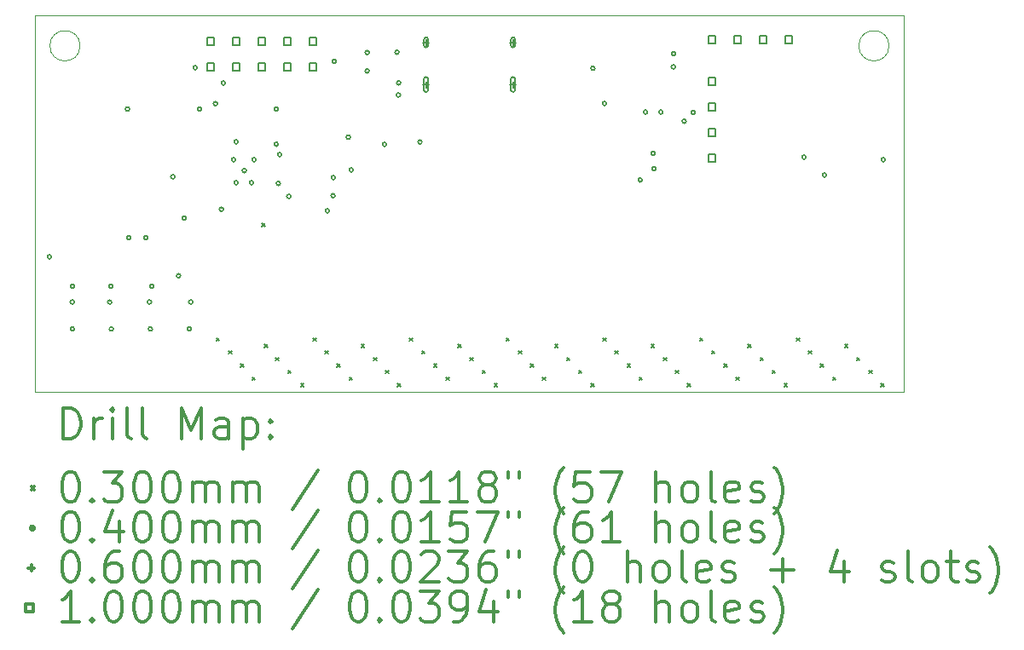
<source format=gbr>
%FSLAX45Y45*%
G04 Gerber Fmt 4.5, Leading zero omitted, Abs format (unit mm)*
G04 Created by KiCad (PCBNEW (5.1.12)-1) date 2024-01-22 15:17:32*
%MOMM*%
%LPD*%
G01*
G04 APERTURE LIST*
%TA.AperFunction,Profile*%
%ADD10C,0.050000*%
%TD*%
%ADD11C,0.200000*%
%ADD12C,0.300000*%
G04 APERTURE END LIST*
D10*
X11817000Y-8700000D02*
G75*
G03*
X11817000Y-8700000I-150000J0D01*
G01*
X19850000Y-8700000D02*
G75*
G03*
X19850000Y-8700000I-150000J0D01*
G01*
X20000000Y-12135600D02*
X20000000Y-8400000D01*
X11367000Y-8400000D02*
X20000000Y-8400000D01*
X11367000Y-12135600D02*
X11367000Y-8400000D01*
X20000000Y-12135600D02*
X11367000Y-12135600D01*
D11*
X13170000Y-11602000D02*
X13200000Y-11632000D01*
X13200000Y-11602000D02*
X13170000Y-11632000D01*
X13291000Y-11732000D02*
X13321000Y-11762000D01*
X13321000Y-11732000D02*
X13291000Y-11762000D01*
X13412000Y-11862000D02*
X13442000Y-11892000D01*
X13442000Y-11862000D02*
X13412000Y-11892000D01*
X13525000Y-11992000D02*
X13555000Y-12022000D01*
X13555000Y-11992000D02*
X13525000Y-12022000D01*
X13625000Y-10467000D02*
X13655000Y-10497000D01*
X13655000Y-10467000D02*
X13625000Y-10497000D01*
X13648000Y-11667000D02*
X13678000Y-11697000D01*
X13678000Y-11667000D02*
X13648000Y-11697000D01*
X13759000Y-11797000D02*
X13789000Y-11827000D01*
X13789000Y-11797000D02*
X13759000Y-11827000D01*
X13880000Y-11927000D02*
X13910000Y-11957000D01*
X13910000Y-11927000D02*
X13880000Y-11957000D01*
X14010000Y-12057000D02*
X14040000Y-12087000D01*
X14040000Y-12057000D02*
X14010000Y-12087000D01*
X14130000Y-11602000D02*
X14160000Y-11632000D01*
X14160000Y-11602000D02*
X14130000Y-11632000D01*
X14250000Y-11732000D02*
X14280000Y-11762000D01*
X14280000Y-11732000D02*
X14250000Y-11762000D01*
X14370000Y-11862000D02*
X14400000Y-11892000D01*
X14400000Y-11862000D02*
X14370000Y-11892000D01*
X14490000Y-11992000D02*
X14520000Y-12022000D01*
X14520000Y-11992000D02*
X14490000Y-12022000D01*
X14610000Y-11667000D02*
X14640000Y-11697000D01*
X14640000Y-11667000D02*
X14610000Y-11697000D01*
X14730000Y-11797000D02*
X14760000Y-11827000D01*
X14760000Y-11797000D02*
X14730000Y-11827000D01*
X14850000Y-11927000D02*
X14880000Y-11957000D01*
X14880000Y-11927000D02*
X14850000Y-11957000D01*
X14970000Y-12057000D02*
X15000000Y-12087000D01*
X15000000Y-12057000D02*
X14970000Y-12087000D01*
X15090000Y-11602000D02*
X15120000Y-11632000D01*
X15120000Y-11602000D02*
X15090000Y-11632000D01*
X15210000Y-11732000D02*
X15240000Y-11762000D01*
X15240000Y-11732000D02*
X15210000Y-11762000D01*
X15330000Y-11862000D02*
X15360000Y-11892000D01*
X15360000Y-11862000D02*
X15330000Y-11892000D01*
X15450000Y-11992000D02*
X15480000Y-12022000D01*
X15480000Y-11992000D02*
X15450000Y-12022000D01*
X15570000Y-11667000D02*
X15600000Y-11697000D01*
X15600000Y-11667000D02*
X15570000Y-11697000D01*
X15690000Y-11797000D02*
X15720000Y-11827000D01*
X15720000Y-11797000D02*
X15690000Y-11827000D01*
X15810000Y-11927000D02*
X15840000Y-11957000D01*
X15840000Y-11927000D02*
X15810000Y-11957000D01*
X15930000Y-12057000D02*
X15960000Y-12087000D01*
X15960000Y-12057000D02*
X15930000Y-12087000D01*
X16050000Y-11602000D02*
X16080000Y-11632000D01*
X16080000Y-11602000D02*
X16050000Y-11632000D01*
X16170000Y-11732000D02*
X16200000Y-11762000D01*
X16200000Y-11732000D02*
X16170000Y-11762000D01*
X16290000Y-11862000D02*
X16320000Y-11892000D01*
X16320000Y-11862000D02*
X16290000Y-11892000D01*
X16410000Y-11992000D02*
X16440000Y-12022000D01*
X16440000Y-11992000D02*
X16410000Y-12022000D01*
X16530000Y-11667000D02*
X16560000Y-11697000D01*
X16560000Y-11667000D02*
X16530000Y-11697000D01*
X16650000Y-11797000D02*
X16680000Y-11827000D01*
X16680000Y-11797000D02*
X16650000Y-11827000D01*
X16770000Y-11927000D02*
X16800000Y-11957000D01*
X16800000Y-11927000D02*
X16770000Y-11957000D01*
X16890000Y-12057000D02*
X16920000Y-12087000D01*
X16920000Y-12057000D02*
X16890000Y-12087000D01*
X17010000Y-11602000D02*
X17040000Y-11632000D01*
X17040000Y-11602000D02*
X17010000Y-11632000D01*
X17130000Y-11732000D02*
X17160000Y-11762000D01*
X17160000Y-11732000D02*
X17130000Y-11762000D01*
X17250000Y-11862000D02*
X17280000Y-11892000D01*
X17280000Y-11862000D02*
X17250000Y-11892000D01*
X17370000Y-11992000D02*
X17400000Y-12022000D01*
X17400000Y-11992000D02*
X17370000Y-12022000D01*
X17490000Y-11667000D02*
X17520000Y-11697000D01*
X17520000Y-11667000D02*
X17490000Y-11697000D01*
X17610000Y-11797000D02*
X17640000Y-11827000D01*
X17640000Y-11797000D02*
X17610000Y-11827000D01*
X17730000Y-11927000D02*
X17760000Y-11957000D01*
X17760000Y-11927000D02*
X17730000Y-11957000D01*
X17850000Y-12057000D02*
X17880000Y-12087000D01*
X17880000Y-12057000D02*
X17850000Y-12087000D01*
X17970000Y-11602000D02*
X18000000Y-11632000D01*
X18000000Y-11602000D02*
X17970000Y-11632000D01*
X18090000Y-11732000D02*
X18120000Y-11762000D01*
X18120000Y-11732000D02*
X18090000Y-11762000D01*
X18210000Y-11862000D02*
X18240000Y-11892000D01*
X18240000Y-11862000D02*
X18210000Y-11892000D01*
X18330000Y-11992000D02*
X18360000Y-12022000D01*
X18360000Y-11992000D02*
X18330000Y-12022000D01*
X18450000Y-11667000D02*
X18480000Y-11697000D01*
X18480000Y-11667000D02*
X18450000Y-11697000D01*
X18570000Y-11797000D02*
X18600000Y-11827000D01*
X18600000Y-11797000D02*
X18570000Y-11827000D01*
X18690000Y-11927000D02*
X18720000Y-11957000D01*
X18720000Y-11927000D02*
X18690000Y-11957000D01*
X18810000Y-12057000D02*
X18840000Y-12087000D01*
X18840000Y-12057000D02*
X18810000Y-12087000D01*
X18930000Y-11602000D02*
X18960000Y-11632000D01*
X18960000Y-11602000D02*
X18930000Y-11632000D01*
X19050000Y-11732000D02*
X19080000Y-11762000D01*
X19080000Y-11732000D02*
X19050000Y-11762000D01*
X19170000Y-11862000D02*
X19200000Y-11892000D01*
X19200000Y-11862000D02*
X19170000Y-11892000D01*
X19290000Y-11992000D02*
X19320000Y-12022000D01*
X19320000Y-11992000D02*
X19290000Y-12022000D01*
X19410000Y-11667000D02*
X19440000Y-11697000D01*
X19440000Y-11667000D02*
X19410000Y-11697000D01*
X19530000Y-11797000D02*
X19560000Y-11827000D01*
X19560000Y-11797000D02*
X19530000Y-11827000D01*
X19650000Y-11927000D02*
X19680000Y-11957000D01*
X19680000Y-11927000D02*
X19650000Y-11957000D01*
X19770000Y-12057000D02*
X19800000Y-12087000D01*
X19800000Y-12057000D02*
X19770000Y-12087000D01*
X11532800Y-10796200D02*
G75*
G03*
X11532800Y-10796200I-20000J0D01*
G01*
X11758400Y-11246600D02*
G75*
G03*
X11758400Y-11246600I-20000J0D01*
G01*
X11760171Y-11514500D02*
G75*
G03*
X11760171Y-11514500I-20000J0D01*
G01*
X11761400Y-11091600D02*
G75*
G03*
X11761400Y-11091600I-20000J0D01*
G01*
X12130400Y-11246600D02*
G75*
G03*
X12130400Y-11246600I-20000J0D01*
G01*
X12142400Y-11091600D02*
G75*
G03*
X12142400Y-11091600I-20000J0D01*
G01*
X12147647Y-11514500D02*
G75*
G03*
X12147647Y-11514500I-20000J0D01*
G01*
X12307000Y-9328000D02*
G75*
G03*
X12307000Y-9328000I-20000J0D01*
G01*
X12320000Y-10605000D02*
G75*
G03*
X12320000Y-10605000I-20000J0D01*
G01*
X12490000Y-10607000D02*
G75*
G03*
X12490000Y-10607000I-20000J0D01*
G01*
X12525400Y-11246600D02*
G75*
G03*
X12525400Y-11246600I-20000J0D01*
G01*
X12535124Y-11514500D02*
G75*
G03*
X12535124Y-11514500I-20000J0D01*
G01*
X12548800Y-11091600D02*
G75*
G03*
X12548800Y-11091600I-20000J0D01*
G01*
X12758800Y-10002000D02*
G75*
G03*
X12758800Y-10002000I-20000J0D01*
G01*
X12815000Y-10985000D02*
G75*
G03*
X12815000Y-10985000I-20000J0D01*
G01*
X12872000Y-10411000D02*
G75*
G03*
X12872000Y-10411000I-20000J0D01*
G01*
X12922600Y-11514500D02*
G75*
G03*
X12922600Y-11514500I-20000J0D01*
G01*
X12936200Y-11246600D02*
G75*
G03*
X12936200Y-11246600I-20000J0D01*
G01*
X12980600Y-8916600D02*
G75*
G03*
X12980600Y-8916600I-20000J0D01*
G01*
X13023000Y-9331000D02*
G75*
G03*
X13023000Y-9331000I-20000J0D01*
G01*
X13181000Y-9275000D02*
G75*
G03*
X13181000Y-9275000I-20000J0D01*
G01*
X13240000Y-10324000D02*
G75*
G03*
X13240000Y-10324000I-20000J0D01*
G01*
X13260000Y-9069000D02*
G75*
G03*
X13260000Y-9069000I-20000J0D01*
G01*
X13361600Y-9831000D02*
G75*
G03*
X13361600Y-9831000I-20000J0D01*
G01*
X13387000Y-9653200D02*
G75*
G03*
X13387000Y-9653200I-20000J0D01*
G01*
X13387000Y-10059600D02*
G75*
G03*
X13387000Y-10059600I-20000J0D01*
G01*
X13468000Y-9940000D02*
G75*
G03*
X13468000Y-9940000I-20000J0D01*
G01*
X13539400Y-10059600D02*
G75*
G03*
X13539400Y-10059600I-20000J0D01*
G01*
X13564800Y-9831000D02*
G75*
G03*
X13564800Y-9831000I-20000J0D01*
G01*
X13785500Y-9330500D02*
G75*
G03*
X13785500Y-9330500I-20000J0D01*
G01*
X13785500Y-9678500D02*
G75*
G03*
X13785500Y-9678500I-20000J0D01*
G01*
X13806000Y-10069000D02*
G75*
G03*
X13806000Y-10069000I-20000J0D01*
G01*
X13818800Y-9780200D02*
G75*
G03*
X13818800Y-9780200I-20000J0D01*
G01*
X13910000Y-10197000D02*
G75*
G03*
X13910000Y-10197000I-20000J0D01*
G01*
X14292000Y-10341000D02*
G75*
G03*
X14292000Y-10341000I-20000J0D01*
G01*
X14348800Y-10190000D02*
G75*
G03*
X14348800Y-10190000I-20000J0D01*
G01*
X14352200Y-10008800D02*
G75*
G03*
X14352200Y-10008800I-20000J0D01*
G01*
X14360000Y-8855000D02*
G75*
G03*
X14360000Y-8855000I-20000J0D01*
G01*
X14499500Y-9607500D02*
G75*
G03*
X14499500Y-9607500I-20000J0D01*
G01*
X14530000Y-9932600D02*
G75*
G03*
X14530000Y-9932600I-20000J0D01*
G01*
X14687000Y-8951000D02*
G75*
G03*
X14687000Y-8951000I-20000J0D01*
G01*
X14689000Y-8767000D02*
G75*
G03*
X14689000Y-8767000I-20000J0D01*
G01*
X14860200Y-9678600D02*
G75*
G03*
X14860200Y-9678600I-20000J0D01*
G01*
X14984000Y-8763000D02*
G75*
G03*
X14984000Y-8763000I-20000J0D01*
G01*
X14999000Y-9189000D02*
G75*
G03*
X14999000Y-9189000I-20000J0D01*
G01*
X15001000Y-9068000D02*
G75*
G03*
X15001000Y-9068000I-20000J0D01*
G01*
X15212000Y-9655000D02*
G75*
G03*
X15212000Y-9655000I-20000J0D01*
G01*
X16929000Y-8923000D02*
G75*
G03*
X16929000Y-8923000I-20000J0D01*
G01*
X17044600Y-9272200D02*
G75*
G03*
X17044600Y-9272200I-20000J0D01*
G01*
X17399800Y-10034200D02*
G75*
G03*
X17399800Y-10034200I-20000J0D01*
G01*
X17451000Y-9359000D02*
G75*
G03*
X17451000Y-9359000I-20000J0D01*
G01*
X17527200Y-9768550D02*
G75*
G03*
X17527200Y-9768550I-20000J0D01*
G01*
X17536250Y-9923550D02*
G75*
G03*
X17536250Y-9923550I-20000J0D01*
G01*
X17603400Y-9359000D02*
G75*
G03*
X17603400Y-9359000I-20000J0D01*
G01*
X17729000Y-8909000D02*
G75*
G03*
X17729000Y-8909000I-20000J0D01*
G01*
X17730400Y-8778200D02*
G75*
G03*
X17730400Y-8778200I-20000J0D01*
G01*
X17835000Y-9449000D02*
G75*
G03*
X17835000Y-9449000I-20000J0D01*
G01*
X17925000Y-9361000D02*
G75*
G03*
X17925000Y-9361000I-20000J0D01*
G01*
X19025800Y-9805600D02*
G75*
G03*
X19025800Y-9805600I-20000J0D01*
G01*
X19228450Y-9983950D02*
G75*
G03*
X19228450Y-9983950I-20000J0D01*
G01*
X19813200Y-9831000D02*
G75*
G03*
X19813200Y-9831000I-20000J0D01*
G01*
X15252800Y-8636000D02*
X15252800Y-8696000D01*
X15222800Y-8666000D02*
X15282800Y-8666000D01*
X15272800Y-8696000D02*
X15272800Y-8636000D01*
X15232800Y-8696000D02*
X15232800Y-8636000D01*
X15272800Y-8636000D02*
G75*
G03*
X15232800Y-8636000I-20000J0D01*
G01*
X15232800Y-8696000D02*
G75*
G03*
X15272800Y-8696000I20000J0D01*
G01*
X15252800Y-9054000D02*
X15252800Y-9114000D01*
X15222800Y-9084000D02*
X15282800Y-9084000D01*
X15272800Y-9139000D02*
X15272800Y-9029000D01*
X15232800Y-9139000D02*
X15232800Y-9029000D01*
X15272800Y-9029000D02*
G75*
G03*
X15232800Y-9029000I-20000J0D01*
G01*
X15232800Y-9139000D02*
G75*
G03*
X15272800Y-9139000I20000J0D01*
G01*
X16116800Y-8636000D02*
X16116800Y-8696000D01*
X16086800Y-8666000D02*
X16146800Y-8666000D01*
X16136800Y-8696000D02*
X16136800Y-8636000D01*
X16096800Y-8696000D02*
X16096800Y-8636000D01*
X16136800Y-8636000D02*
G75*
G03*
X16096800Y-8636000I-20000J0D01*
G01*
X16096800Y-8696000D02*
G75*
G03*
X16136800Y-8696000I20000J0D01*
G01*
X16116800Y-9054000D02*
X16116800Y-9114000D01*
X16086800Y-9084000D02*
X16146800Y-9084000D01*
X16136800Y-9139000D02*
X16136800Y-9029000D01*
X16096800Y-9139000D02*
X16096800Y-9029000D01*
X16136800Y-9029000D02*
G75*
G03*
X16096800Y-9029000I-20000J0D01*
G01*
X16096800Y-9139000D02*
G75*
G03*
X16136800Y-9139000I20000J0D01*
G01*
X13150356Y-8690356D02*
X13150356Y-8619644D01*
X13079644Y-8619644D01*
X13079644Y-8690356D01*
X13150356Y-8690356D01*
X13150356Y-8944356D02*
X13150356Y-8873644D01*
X13079644Y-8873644D01*
X13079644Y-8944356D01*
X13150356Y-8944356D01*
X13404356Y-8690356D02*
X13404356Y-8619644D01*
X13333644Y-8619644D01*
X13333644Y-8690356D01*
X13404356Y-8690356D01*
X13404356Y-8944356D02*
X13404356Y-8873644D01*
X13333644Y-8873644D01*
X13333644Y-8944356D01*
X13404356Y-8944356D01*
X13658356Y-8690356D02*
X13658356Y-8619644D01*
X13587644Y-8619644D01*
X13587644Y-8690356D01*
X13658356Y-8690356D01*
X13658356Y-8944356D02*
X13658356Y-8873644D01*
X13587644Y-8873644D01*
X13587644Y-8944356D01*
X13658356Y-8944356D01*
X13912356Y-8690356D02*
X13912356Y-8619644D01*
X13841644Y-8619644D01*
X13841644Y-8690356D01*
X13912356Y-8690356D01*
X13912356Y-8944356D02*
X13912356Y-8873644D01*
X13841644Y-8873644D01*
X13841644Y-8944356D01*
X13912356Y-8944356D01*
X14166356Y-8690356D02*
X14166356Y-8619644D01*
X14095644Y-8619644D01*
X14095644Y-8690356D01*
X14166356Y-8690356D01*
X14166356Y-8944356D02*
X14166356Y-8873644D01*
X14095644Y-8873644D01*
X14095644Y-8944356D01*
X14166356Y-8944356D01*
X18129356Y-8674181D02*
X18129356Y-8603469D01*
X18058644Y-8603469D01*
X18058644Y-8674181D01*
X18129356Y-8674181D01*
X18129356Y-9087406D02*
X18129356Y-9016694D01*
X18058644Y-9016694D01*
X18058644Y-9087406D01*
X18129356Y-9087406D01*
X18129356Y-9341406D02*
X18129356Y-9270694D01*
X18058644Y-9270694D01*
X18058644Y-9341406D01*
X18129356Y-9341406D01*
X18129356Y-9595406D02*
X18129356Y-9524694D01*
X18058644Y-9524694D01*
X18058644Y-9595406D01*
X18129356Y-9595406D01*
X18129356Y-9849406D02*
X18129356Y-9778694D01*
X18058644Y-9778694D01*
X18058644Y-9849406D01*
X18129356Y-9849406D01*
X18383356Y-8674181D02*
X18383356Y-8603469D01*
X18312644Y-8603469D01*
X18312644Y-8674181D01*
X18383356Y-8674181D01*
X18637356Y-8674181D02*
X18637356Y-8603469D01*
X18566644Y-8603469D01*
X18566644Y-8674181D01*
X18637356Y-8674181D01*
X18891356Y-8674181D02*
X18891356Y-8603469D01*
X18820644Y-8603469D01*
X18820644Y-8674181D01*
X18891356Y-8674181D01*
D12*
X11650928Y-12603814D02*
X11650928Y-12303814D01*
X11722357Y-12303814D01*
X11765214Y-12318100D01*
X11793786Y-12346671D01*
X11808071Y-12375243D01*
X11822357Y-12432386D01*
X11822357Y-12475243D01*
X11808071Y-12532386D01*
X11793786Y-12560957D01*
X11765214Y-12589529D01*
X11722357Y-12603814D01*
X11650928Y-12603814D01*
X11950928Y-12603814D02*
X11950928Y-12403814D01*
X11950928Y-12460957D02*
X11965214Y-12432386D01*
X11979500Y-12418100D01*
X12008071Y-12403814D01*
X12036643Y-12403814D01*
X12136643Y-12603814D02*
X12136643Y-12403814D01*
X12136643Y-12303814D02*
X12122357Y-12318100D01*
X12136643Y-12332386D01*
X12150928Y-12318100D01*
X12136643Y-12303814D01*
X12136643Y-12332386D01*
X12322357Y-12603814D02*
X12293786Y-12589529D01*
X12279500Y-12560957D01*
X12279500Y-12303814D01*
X12479500Y-12603814D02*
X12450928Y-12589529D01*
X12436643Y-12560957D01*
X12436643Y-12303814D01*
X12822357Y-12603814D02*
X12822357Y-12303814D01*
X12922357Y-12518100D01*
X13022357Y-12303814D01*
X13022357Y-12603814D01*
X13293786Y-12603814D02*
X13293786Y-12446671D01*
X13279500Y-12418100D01*
X13250928Y-12403814D01*
X13193786Y-12403814D01*
X13165214Y-12418100D01*
X13293786Y-12589529D02*
X13265214Y-12603814D01*
X13193786Y-12603814D01*
X13165214Y-12589529D01*
X13150928Y-12560957D01*
X13150928Y-12532386D01*
X13165214Y-12503814D01*
X13193786Y-12489529D01*
X13265214Y-12489529D01*
X13293786Y-12475243D01*
X13436643Y-12403814D02*
X13436643Y-12703814D01*
X13436643Y-12418100D02*
X13465214Y-12403814D01*
X13522357Y-12403814D01*
X13550928Y-12418100D01*
X13565214Y-12432386D01*
X13579500Y-12460957D01*
X13579500Y-12546671D01*
X13565214Y-12575243D01*
X13550928Y-12589529D01*
X13522357Y-12603814D01*
X13465214Y-12603814D01*
X13436643Y-12589529D01*
X13708071Y-12575243D02*
X13722357Y-12589529D01*
X13708071Y-12603814D01*
X13693786Y-12589529D01*
X13708071Y-12575243D01*
X13708071Y-12603814D01*
X13708071Y-12418100D02*
X13722357Y-12432386D01*
X13708071Y-12446671D01*
X13693786Y-12432386D01*
X13708071Y-12418100D01*
X13708071Y-12446671D01*
X11334500Y-13083100D02*
X11364500Y-13113100D01*
X11364500Y-13083100D02*
X11334500Y-13113100D01*
X11708071Y-12933814D02*
X11736643Y-12933814D01*
X11765214Y-12948100D01*
X11779500Y-12962386D01*
X11793786Y-12990957D01*
X11808071Y-13048100D01*
X11808071Y-13119529D01*
X11793786Y-13176671D01*
X11779500Y-13205243D01*
X11765214Y-13219529D01*
X11736643Y-13233814D01*
X11708071Y-13233814D01*
X11679500Y-13219529D01*
X11665214Y-13205243D01*
X11650928Y-13176671D01*
X11636643Y-13119529D01*
X11636643Y-13048100D01*
X11650928Y-12990957D01*
X11665214Y-12962386D01*
X11679500Y-12948100D01*
X11708071Y-12933814D01*
X11936643Y-13205243D02*
X11950928Y-13219529D01*
X11936643Y-13233814D01*
X11922357Y-13219529D01*
X11936643Y-13205243D01*
X11936643Y-13233814D01*
X12050928Y-12933814D02*
X12236643Y-12933814D01*
X12136643Y-13048100D01*
X12179500Y-13048100D01*
X12208071Y-13062386D01*
X12222357Y-13076671D01*
X12236643Y-13105243D01*
X12236643Y-13176671D01*
X12222357Y-13205243D01*
X12208071Y-13219529D01*
X12179500Y-13233814D01*
X12093786Y-13233814D01*
X12065214Y-13219529D01*
X12050928Y-13205243D01*
X12422357Y-12933814D02*
X12450928Y-12933814D01*
X12479500Y-12948100D01*
X12493786Y-12962386D01*
X12508071Y-12990957D01*
X12522357Y-13048100D01*
X12522357Y-13119529D01*
X12508071Y-13176671D01*
X12493786Y-13205243D01*
X12479500Y-13219529D01*
X12450928Y-13233814D01*
X12422357Y-13233814D01*
X12393786Y-13219529D01*
X12379500Y-13205243D01*
X12365214Y-13176671D01*
X12350928Y-13119529D01*
X12350928Y-13048100D01*
X12365214Y-12990957D01*
X12379500Y-12962386D01*
X12393786Y-12948100D01*
X12422357Y-12933814D01*
X12708071Y-12933814D02*
X12736643Y-12933814D01*
X12765214Y-12948100D01*
X12779500Y-12962386D01*
X12793786Y-12990957D01*
X12808071Y-13048100D01*
X12808071Y-13119529D01*
X12793786Y-13176671D01*
X12779500Y-13205243D01*
X12765214Y-13219529D01*
X12736643Y-13233814D01*
X12708071Y-13233814D01*
X12679500Y-13219529D01*
X12665214Y-13205243D01*
X12650928Y-13176671D01*
X12636643Y-13119529D01*
X12636643Y-13048100D01*
X12650928Y-12990957D01*
X12665214Y-12962386D01*
X12679500Y-12948100D01*
X12708071Y-12933814D01*
X12936643Y-13233814D02*
X12936643Y-13033814D01*
X12936643Y-13062386D02*
X12950928Y-13048100D01*
X12979500Y-13033814D01*
X13022357Y-13033814D01*
X13050928Y-13048100D01*
X13065214Y-13076671D01*
X13065214Y-13233814D01*
X13065214Y-13076671D02*
X13079500Y-13048100D01*
X13108071Y-13033814D01*
X13150928Y-13033814D01*
X13179500Y-13048100D01*
X13193786Y-13076671D01*
X13193786Y-13233814D01*
X13336643Y-13233814D02*
X13336643Y-13033814D01*
X13336643Y-13062386D02*
X13350928Y-13048100D01*
X13379500Y-13033814D01*
X13422357Y-13033814D01*
X13450928Y-13048100D01*
X13465214Y-13076671D01*
X13465214Y-13233814D01*
X13465214Y-13076671D02*
X13479500Y-13048100D01*
X13508071Y-13033814D01*
X13550928Y-13033814D01*
X13579500Y-13048100D01*
X13593786Y-13076671D01*
X13593786Y-13233814D01*
X14179500Y-12919529D02*
X13922357Y-13305243D01*
X14565214Y-12933814D02*
X14593786Y-12933814D01*
X14622357Y-12948100D01*
X14636643Y-12962386D01*
X14650928Y-12990957D01*
X14665214Y-13048100D01*
X14665214Y-13119529D01*
X14650928Y-13176671D01*
X14636643Y-13205243D01*
X14622357Y-13219529D01*
X14593786Y-13233814D01*
X14565214Y-13233814D01*
X14536643Y-13219529D01*
X14522357Y-13205243D01*
X14508071Y-13176671D01*
X14493786Y-13119529D01*
X14493786Y-13048100D01*
X14508071Y-12990957D01*
X14522357Y-12962386D01*
X14536643Y-12948100D01*
X14565214Y-12933814D01*
X14793786Y-13205243D02*
X14808071Y-13219529D01*
X14793786Y-13233814D01*
X14779500Y-13219529D01*
X14793786Y-13205243D01*
X14793786Y-13233814D01*
X14993786Y-12933814D02*
X15022357Y-12933814D01*
X15050928Y-12948100D01*
X15065214Y-12962386D01*
X15079500Y-12990957D01*
X15093786Y-13048100D01*
X15093786Y-13119529D01*
X15079500Y-13176671D01*
X15065214Y-13205243D01*
X15050928Y-13219529D01*
X15022357Y-13233814D01*
X14993786Y-13233814D01*
X14965214Y-13219529D01*
X14950928Y-13205243D01*
X14936643Y-13176671D01*
X14922357Y-13119529D01*
X14922357Y-13048100D01*
X14936643Y-12990957D01*
X14950928Y-12962386D01*
X14965214Y-12948100D01*
X14993786Y-12933814D01*
X15379500Y-13233814D02*
X15208071Y-13233814D01*
X15293786Y-13233814D02*
X15293786Y-12933814D01*
X15265214Y-12976671D01*
X15236643Y-13005243D01*
X15208071Y-13019529D01*
X15665214Y-13233814D02*
X15493786Y-13233814D01*
X15579500Y-13233814D02*
X15579500Y-12933814D01*
X15550928Y-12976671D01*
X15522357Y-13005243D01*
X15493786Y-13019529D01*
X15836643Y-13062386D02*
X15808071Y-13048100D01*
X15793786Y-13033814D01*
X15779500Y-13005243D01*
X15779500Y-12990957D01*
X15793786Y-12962386D01*
X15808071Y-12948100D01*
X15836643Y-12933814D01*
X15893786Y-12933814D01*
X15922357Y-12948100D01*
X15936643Y-12962386D01*
X15950928Y-12990957D01*
X15950928Y-13005243D01*
X15936643Y-13033814D01*
X15922357Y-13048100D01*
X15893786Y-13062386D01*
X15836643Y-13062386D01*
X15808071Y-13076671D01*
X15793786Y-13090957D01*
X15779500Y-13119529D01*
X15779500Y-13176671D01*
X15793786Y-13205243D01*
X15808071Y-13219529D01*
X15836643Y-13233814D01*
X15893786Y-13233814D01*
X15922357Y-13219529D01*
X15936643Y-13205243D01*
X15950928Y-13176671D01*
X15950928Y-13119529D01*
X15936643Y-13090957D01*
X15922357Y-13076671D01*
X15893786Y-13062386D01*
X16065214Y-12933814D02*
X16065214Y-12990957D01*
X16179500Y-12933814D02*
X16179500Y-12990957D01*
X16622357Y-13348100D02*
X16608071Y-13333814D01*
X16579500Y-13290957D01*
X16565214Y-13262386D01*
X16550928Y-13219529D01*
X16536643Y-13148100D01*
X16536643Y-13090957D01*
X16550928Y-13019529D01*
X16565214Y-12976671D01*
X16579500Y-12948100D01*
X16608071Y-12905243D01*
X16622357Y-12890957D01*
X16879500Y-12933814D02*
X16736643Y-12933814D01*
X16722357Y-13076671D01*
X16736643Y-13062386D01*
X16765214Y-13048100D01*
X16836643Y-13048100D01*
X16865214Y-13062386D01*
X16879500Y-13076671D01*
X16893786Y-13105243D01*
X16893786Y-13176671D01*
X16879500Y-13205243D01*
X16865214Y-13219529D01*
X16836643Y-13233814D01*
X16765214Y-13233814D01*
X16736643Y-13219529D01*
X16722357Y-13205243D01*
X16993786Y-12933814D02*
X17193786Y-12933814D01*
X17065214Y-13233814D01*
X17536643Y-13233814D02*
X17536643Y-12933814D01*
X17665214Y-13233814D02*
X17665214Y-13076671D01*
X17650928Y-13048100D01*
X17622357Y-13033814D01*
X17579500Y-13033814D01*
X17550928Y-13048100D01*
X17536643Y-13062386D01*
X17850928Y-13233814D02*
X17822357Y-13219529D01*
X17808071Y-13205243D01*
X17793786Y-13176671D01*
X17793786Y-13090957D01*
X17808071Y-13062386D01*
X17822357Y-13048100D01*
X17850928Y-13033814D01*
X17893786Y-13033814D01*
X17922357Y-13048100D01*
X17936643Y-13062386D01*
X17950928Y-13090957D01*
X17950928Y-13176671D01*
X17936643Y-13205243D01*
X17922357Y-13219529D01*
X17893786Y-13233814D01*
X17850928Y-13233814D01*
X18122357Y-13233814D02*
X18093786Y-13219529D01*
X18079500Y-13190957D01*
X18079500Y-12933814D01*
X18350928Y-13219529D02*
X18322357Y-13233814D01*
X18265214Y-13233814D01*
X18236643Y-13219529D01*
X18222357Y-13190957D01*
X18222357Y-13076671D01*
X18236643Y-13048100D01*
X18265214Y-13033814D01*
X18322357Y-13033814D01*
X18350928Y-13048100D01*
X18365214Y-13076671D01*
X18365214Y-13105243D01*
X18222357Y-13133814D01*
X18479500Y-13219529D02*
X18508071Y-13233814D01*
X18565214Y-13233814D01*
X18593786Y-13219529D01*
X18608071Y-13190957D01*
X18608071Y-13176671D01*
X18593786Y-13148100D01*
X18565214Y-13133814D01*
X18522357Y-13133814D01*
X18493786Y-13119529D01*
X18479500Y-13090957D01*
X18479500Y-13076671D01*
X18493786Y-13048100D01*
X18522357Y-13033814D01*
X18565214Y-13033814D01*
X18593786Y-13048100D01*
X18708071Y-13348100D02*
X18722357Y-13333814D01*
X18750928Y-13290957D01*
X18765214Y-13262386D01*
X18779500Y-13219529D01*
X18793786Y-13148100D01*
X18793786Y-13090957D01*
X18779500Y-13019529D01*
X18765214Y-12976671D01*
X18750928Y-12948100D01*
X18722357Y-12905243D01*
X18708071Y-12890957D01*
X11364500Y-13494100D02*
G75*
G03*
X11364500Y-13494100I-20000J0D01*
G01*
X11708071Y-13329814D02*
X11736643Y-13329814D01*
X11765214Y-13344100D01*
X11779500Y-13358386D01*
X11793786Y-13386957D01*
X11808071Y-13444100D01*
X11808071Y-13515529D01*
X11793786Y-13572671D01*
X11779500Y-13601243D01*
X11765214Y-13615529D01*
X11736643Y-13629814D01*
X11708071Y-13629814D01*
X11679500Y-13615529D01*
X11665214Y-13601243D01*
X11650928Y-13572671D01*
X11636643Y-13515529D01*
X11636643Y-13444100D01*
X11650928Y-13386957D01*
X11665214Y-13358386D01*
X11679500Y-13344100D01*
X11708071Y-13329814D01*
X11936643Y-13601243D02*
X11950928Y-13615529D01*
X11936643Y-13629814D01*
X11922357Y-13615529D01*
X11936643Y-13601243D01*
X11936643Y-13629814D01*
X12208071Y-13429814D02*
X12208071Y-13629814D01*
X12136643Y-13315529D02*
X12065214Y-13529814D01*
X12250928Y-13529814D01*
X12422357Y-13329814D02*
X12450928Y-13329814D01*
X12479500Y-13344100D01*
X12493786Y-13358386D01*
X12508071Y-13386957D01*
X12522357Y-13444100D01*
X12522357Y-13515529D01*
X12508071Y-13572671D01*
X12493786Y-13601243D01*
X12479500Y-13615529D01*
X12450928Y-13629814D01*
X12422357Y-13629814D01*
X12393786Y-13615529D01*
X12379500Y-13601243D01*
X12365214Y-13572671D01*
X12350928Y-13515529D01*
X12350928Y-13444100D01*
X12365214Y-13386957D01*
X12379500Y-13358386D01*
X12393786Y-13344100D01*
X12422357Y-13329814D01*
X12708071Y-13329814D02*
X12736643Y-13329814D01*
X12765214Y-13344100D01*
X12779500Y-13358386D01*
X12793786Y-13386957D01*
X12808071Y-13444100D01*
X12808071Y-13515529D01*
X12793786Y-13572671D01*
X12779500Y-13601243D01*
X12765214Y-13615529D01*
X12736643Y-13629814D01*
X12708071Y-13629814D01*
X12679500Y-13615529D01*
X12665214Y-13601243D01*
X12650928Y-13572671D01*
X12636643Y-13515529D01*
X12636643Y-13444100D01*
X12650928Y-13386957D01*
X12665214Y-13358386D01*
X12679500Y-13344100D01*
X12708071Y-13329814D01*
X12936643Y-13629814D02*
X12936643Y-13429814D01*
X12936643Y-13458386D02*
X12950928Y-13444100D01*
X12979500Y-13429814D01*
X13022357Y-13429814D01*
X13050928Y-13444100D01*
X13065214Y-13472671D01*
X13065214Y-13629814D01*
X13065214Y-13472671D02*
X13079500Y-13444100D01*
X13108071Y-13429814D01*
X13150928Y-13429814D01*
X13179500Y-13444100D01*
X13193786Y-13472671D01*
X13193786Y-13629814D01*
X13336643Y-13629814D02*
X13336643Y-13429814D01*
X13336643Y-13458386D02*
X13350928Y-13444100D01*
X13379500Y-13429814D01*
X13422357Y-13429814D01*
X13450928Y-13444100D01*
X13465214Y-13472671D01*
X13465214Y-13629814D01*
X13465214Y-13472671D02*
X13479500Y-13444100D01*
X13508071Y-13429814D01*
X13550928Y-13429814D01*
X13579500Y-13444100D01*
X13593786Y-13472671D01*
X13593786Y-13629814D01*
X14179500Y-13315529D02*
X13922357Y-13701243D01*
X14565214Y-13329814D02*
X14593786Y-13329814D01*
X14622357Y-13344100D01*
X14636643Y-13358386D01*
X14650928Y-13386957D01*
X14665214Y-13444100D01*
X14665214Y-13515529D01*
X14650928Y-13572671D01*
X14636643Y-13601243D01*
X14622357Y-13615529D01*
X14593786Y-13629814D01*
X14565214Y-13629814D01*
X14536643Y-13615529D01*
X14522357Y-13601243D01*
X14508071Y-13572671D01*
X14493786Y-13515529D01*
X14493786Y-13444100D01*
X14508071Y-13386957D01*
X14522357Y-13358386D01*
X14536643Y-13344100D01*
X14565214Y-13329814D01*
X14793786Y-13601243D02*
X14808071Y-13615529D01*
X14793786Y-13629814D01*
X14779500Y-13615529D01*
X14793786Y-13601243D01*
X14793786Y-13629814D01*
X14993786Y-13329814D02*
X15022357Y-13329814D01*
X15050928Y-13344100D01*
X15065214Y-13358386D01*
X15079500Y-13386957D01*
X15093786Y-13444100D01*
X15093786Y-13515529D01*
X15079500Y-13572671D01*
X15065214Y-13601243D01*
X15050928Y-13615529D01*
X15022357Y-13629814D01*
X14993786Y-13629814D01*
X14965214Y-13615529D01*
X14950928Y-13601243D01*
X14936643Y-13572671D01*
X14922357Y-13515529D01*
X14922357Y-13444100D01*
X14936643Y-13386957D01*
X14950928Y-13358386D01*
X14965214Y-13344100D01*
X14993786Y-13329814D01*
X15379500Y-13629814D02*
X15208071Y-13629814D01*
X15293786Y-13629814D02*
X15293786Y-13329814D01*
X15265214Y-13372671D01*
X15236643Y-13401243D01*
X15208071Y-13415529D01*
X15650928Y-13329814D02*
X15508071Y-13329814D01*
X15493786Y-13472671D01*
X15508071Y-13458386D01*
X15536643Y-13444100D01*
X15608071Y-13444100D01*
X15636643Y-13458386D01*
X15650928Y-13472671D01*
X15665214Y-13501243D01*
X15665214Y-13572671D01*
X15650928Y-13601243D01*
X15636643Y-13615529D01*
X15608071Y-13629814D01*
X15536643Y-13629814D01*
X15508071Y-13615529D01*
X15493786Y-13601243D01*
X15765214Y-13329814D02*
X15965214Y-13329814D01*
X15836643Y-13629814D01*
X16065214Y-13329814D02*
X16065214Y-13386957D01*
X16179500Y-13329814D02*
X16179500Y-13386957D01*
X16622357Y-13744100D02*
X16608071Y-13729814D01*
X16579500Y-13686957D01*
X16565214Y-13658386D01*
X16550928Y-13615529D01*
X16536643Y-13544100D01*
X16536643Y-13486957D01*
X16550928Y-13415529D01*
X16565214Y-13372671D01*
X16579500Y-13344100D01*
X16608071Y-13301243D01*
X16622357Y-13286957D01*
X16865214Y-13329814D02*
X16808071Y-13329814D01*
X16779500Y-13344100D01*
X16765214Y-13358386D01*
X16736643Y-13401243D01*
X16722357Y-13458386D01*
X16722357Y-13572671D01*
X16736643Y-13601243D01*
X16750928Y-13615529D01*
X16779500Y-13629814D01*
X16836643Y-13629814D01*
X16865214Y-13615529D01*
X16879500Y-13601243D01*
X16893786Y-13572671D01*
X16893786Y-13501243D01*
X16879500Y-13472671D01*
X16865214Y-13458386D01*
X16836643Y-13444100D01*
X16779500Y-13444100D01*
X16750928Y-13458386D01*
X16736643Y-13472671D01*
X16722357Y-13501243D01*
X17179500Y-13629814D02*
X17008071Y-13629814D01*
X17093786Y-13629814D02*
X17093786Y-13329814D01*
X17065214Y-13372671D01*
X17036643Y-13401243D01*
X17008071Y-13415529D01*
X17536643Y-13629814D02*
X17536643Y-13329814D01*
X17665214Y-13629814D02*
X17665214Y-13472671D01*
X17650928Y-13444100D01*
X17622357Y-13429814D01*
X17579500Y-13429814D01*
X17550928Y-13444100D01*
X17536643Y-13458386D01*
X17850928Y-13629814D02*
X17822357Y-13615529D01*
X17808071Y-13601243D01*
X17793786Y-13572671D01*
X17793786Y-13486957D01*
X17808071Y-13458386D01*
X17822357Y-13444100D01*
X17850928Y-13429814D01*
X17893786Y-13429814D01*
X17922357Y-13444100D01*
X17936643Y-13458386D01*
X17950928Y-13486957D01*
X17950928Y-13572671D01*
X17936643Y-13601243D01*
X17922357Y-13615529D01*
X17893786Y-13629814D01*
X17850928Y-13629814D01*
X18122357Y-13629814D02*
X18093786Y-13615529D01*
X18079500Y-13586957D01*
X18079500Y-13329814D01*
X18350928Y-13615529D02*
X18322357Y-13629814D01*
X18265214Y-13629814D01*
X18236643Y-13615529D01*
X18222357Y-13586957D01*
X18222357Y-13472671D01*
X18236643Y-13444100D01*
X18265214Y-13429814D01*
X18322357Y-13429814D01*
X18350928Y-13444100D01*
X18365214Y-13472671D01*
X18365214Y-13501243D01*
X18222357Y-13529814D01*
X18479500Y-13615529D02*
X18508071Y-13629814D01*
X18565214Y-13629814D01*
X18593786Y-13615529D01*
X18608071Y-13586957D01*
X18608071Y-13572671D01*
X18593786Y-13544100D01*
X18565214Y-13529814D01*
X18522357Y-13529814D01*
X18493786Y-13515529D01*
X18479500Y-13486957D01*
X18479500Y-13472671D01*
X18493786Y-13444100D01*
X18522357Y-13429814D01*
X18565214Y-13429814D01*
X18593786Y-13444100D01*
X18708071Y-13744100D02*
X18722357Y-13729814D01*
X18750928Y-13686957D01*
X18765214Y-13658386D01*
X18779500Y-13615529D01*
X18793786Y-13544100D01*
X18793786Y-13486957D01*
X18779500Y-13415529D01*
X18765214Y-13372671D01*
X18750928Y-13344100D01*
X18722357Y-13301243D01*
X18708071Y-13286957D01*
X11334500Y-13860100D02*
X11334500Y-13920100D01*
X11304500Y-13890100D02*
X11364500Y-13890100D01*
X11708071Y-13725814D02*
X11736643Y-13725814D01*
X11765214Y-13740100D01*
X11779500Y-13754386D01*
X11793786Y-13782957D01*
X11808071Y-13840100D01*
X11808071Y-13911529D01*
X11793786Y-13968671D01*
X11779500Y-13997243D01*
X11765214Y-14011529D01*
X11736643Y-14025814D01*
X11708071Y-14025814D01*
X11679500Y-14011529D01*
X11665214Y-13997243D01*
X11650928Y-13968671D01*
X11636643Y-13911529D01*
X11636643Y-13840100D01*
X11650928Y-13782957D01*
X11665214Y-13754386D01*
X11679500Y-13740100D01*
X11708071Y-13725814D01*
X11936643Y-13997243D02*
X11950928Y-14011529D01*
X11936643Y-14025814D01*
X11922357Y-14011529D01*
X11936643Y-13997243D01*
X11936643Y-14025814D01*
X12208071Y-13725814D02*
X12150928Y-13725814D01*
X12122357Y-13740100D01*
X12108071Y-13754386D01*
X12079500Y-13797243D01*
X12065214Y-13854386D01*
X12065214Y-13968671D01*
X12079500Y-13997243D01*
X12093786Y-14011529D01*
X12122357Y-14025814D01*
X12179500Y-14025814D01*
X12208071Y-14011529D01*
X12222357Y-13997243D01*
X12236643Y-13968671D01*
X12236643Y-13897243D01*
X12222357Y-13868671D01*
X12208071Y-13854386D01*
X12179500Y-13840100D01*
X12122357Y-13840100D01*
X12093786Y-13854386D01*
X12079500Y-13868671D01*
X12065214Y-13897243D01*
X12422357Y-13725814D02*
X12450928Y-13725814D01*
X12479500Y-13740100D01*
X12493786Y-13754386D01*
X12508071Y-13782957D01*
X12522357Y-13840100D01*
X12522357Y-13911529D01*
X12508071Y-13968671D01*
X12493786Y-13997243D01*
X12479500Y-14011529D01*
X12450928Y-14025814D01*
X12422357Y-14025814D01*
X12393786Y-14011529D01*
X12379500Y-13997243D01*
X12365214Y-13968671D01*
X12350928Y-13911529D01*
X12350928Y-13840100D01*
X12365214Y-13782957D01*
X12379500Y-13754386D01*
X12393786Y-13740100D01*
X12422357Y-13725814D01*
X12708071Y-13725814D02*
X12736643Y-13725814D01*
X12765214Y-13740100D01*
X12779500Y-13754386D01*
X12793786Y-13782957D01*
X12808071Y-13840100D01*
X12808071Y-13911529D01*
X12793786Y-13968671D01*
X12779500Y-13997243D01*
X12765214Y-14011529D01*
X12736643Y-14025814D01*
X12708071Y-14025814D01*
X12679500Y-14011529D01*
X12665214Y-13997243D01*
X12650928Y-13968671D01*
X12636643Y-13911529D01*
X12636643Y-13840100D01*
X12650928Y-13782957D01*
X12665214Y-13754386D01*
X12679500Y-13740100D01*
X12708071Y-13725814D01*
X12936643Y-14025814D02*
X12936643Y-13825814D01*
X12936643Y-13854386D02*
X12950928Y-13840100D01*
X12979500Y-13825814D01*
X13022357Y-13825814D01*
X13050928Y-13840100D01*
X13065214Y-13868671D01*
X13065214Y-14025814D01*
X13065214Y-13868671D02*
X13079500Y-13840100D01*
X13108071Y-13825814D01*
X13150928Y-13825814D01*
X13179500Y-13840100D01*
X13193786Y-13868671D01*
X13193786Y-14025814D01*
X13336643Y-14025814D02*
X13336643Y-13825814D01*
X13336643Y-13854386D02*
X13350928Y-13840100D01*
X13379500Y-13825814D01*
X13422357Y-13825814D01*
X13450928Y-13840100D01*
X13465214Y-13868671D01*
X13465214Y-14025814D01*
X13465214Y-13868671D02*
X13479500Y-13840100D01*
X13508071Y-13825814D01*
X13550928Y-13825814D01*
X13579500Y-13840100D01*
X13593786Y-13868671D01*
X13593786Y-14025814D01*
X14179500Y-13711529D02*
X13922357Y-14097243D01*
X14565214Y-13725814D02*
X14593786Y-13725814D01*
X14622357Y-13740100D01*
X14636643Y-13754386D01*
X14650928Y-13782957D01*
X14665214Y-13840100D01*
X14665214Y-13911529D01*
X14650928Y-13968671D01*
X14636643Y-13997243D01*
X14622357Y-14011529D01*
X14593786Y-14025814D01*
X14565214Y-14025814D01*
X14536643Y-14011529D01*
X14522357Y-13997243D01*
X14508071Y-13968671D01*
X14493786Y-13911529D01*
X14493786Y-13840100D01*
X14508071Y-13782957D01*
X14522357Y-13754386D01*
X14536643Y-13740100D01*
X14565214Y-13725814D01*
X14793786Y-13997243D02*
X14808071Y-14011529D01*
X14793786Y-14025814D01*
X14779500Y-14011529D01*
X14793786Y-13997243D01*
X14793786Y-14025814D01*
X14993786Y-13725814D02*
X15022357Y-13725814D01*
X15050928Y-13740100D01*
X15065214Y-13754386D01*
X15079500Y-13782957D01*
X15093786Y-13840100D01*
X15093786Y-13911529D01*
X15079500Y-13968671D01*
X15065214Y-13997243D01*
X15050928Y-14011529D01*
X15022357Y-14025814D01*
X14993786Y-14025814D01*
X14965214Y-14011529D01*
X14950928Y-13997243D01*
X14936643Y-13968671D01*
X14922357Y-13911529D01*
X14922357Y-13840100D01*
X14936643Y-13782957D01*
X14950928Y-13754386D01*
X14965214Y-13740100D01*
X14993786Y-13725814D01*
X15208071Y-13754386D02*
X15222357Y-13740100D01*
X15250928Y-13725814D01*
X15322357Y-13725814D01*
X15350928Y-13740100D01*
X15365214Y-13754386D01*
X15379500Y-13782957D01*
X15379500Y-13811529D01*
X15365214Y-13854386D01*
X15193786Y-14025814D01*
X15379500Y-14025814D01*
X15479500Y-13725814D02*
X15665214Y-13725814D01*
X15565214Y-13840100D01*
X15608071Y-13840100D01*
X15636643Y-13854386D01*
X15650928Y-13868671D01*
X15665214Y-13897243D01*
X15665214Y-13968671D01*
X15650928Y-13997243D01*
X15636643Y-14011529D01*
X15608071Y-14025814D01*
X15522357Y-14025814D01*
X15493786Y-14011529D01*
X15479500Y-13997243D01*
X15922357Y-13725814D02*
X15865214Y-13725814D01*
X15836643Y-13740100D01*
X15822357Y-13754386D01*
X15793786Y-13797243D01*
X15779500Y-13854386D01*
X15779500Y-13968671D01*
X15793786Y-13997243D01*
X15808071Y-14011529D01*
X15836643Y-14025814D01*
X15893786Y-14025814D01*
X15922357Y-14011529D01*
X15936643Y-13997243D01*
X15950928Y-13968671D01*
X15950928Y-13897243D01*
X15936643Y-13868671D01*
X15922357Y-13854386D01*
X15893786Y-13840100D01*
X15836643Y-13840100D01*
X15808071Y-13854386D01*
X15793786Y-13868671D01*
X15779500Y-13897243D01*
X16065214Y-13725814D02*
X16065214Y-13782957D01*
X16179500Y-13725814D02*
X16179500Y-13782957D01*
X16622357Y-14140100D02*
X16608071Y-14125814D01*
X16579500Y-14082957D01*
X16565214Y-14054386D01*
X16550928Y-14011529D01*
X16536643Y-13940100D01*
X16536643Y-13882957D01*
X16550928Y-13811529D01*
X16565214Y-13768671D01*
X16579500Y-13740100D01*
X16608071Y-13697243D01*
X16622357Y-13682957D01*
X16793786Y-13725814D02*
X16822357Y-13725814D01*
X16850928Y-13740100D01*
X16865214Y-13754386D01*
X16879500Y-13782957D01*
X16893786Y-13840100D01*
X16893786Y-13911529D01*
X16879500Y-13968671D01*
X16865214Y-13997243D01*
X16850928Y-14011529D01*
X16822357Y-14025814D01*
X16793786Y-14025814D01*
X16765214Y-14011529D01*
X16750928Y-13997243D01*
X16736643Y-13968671D01*
X16722357Y-13911529D01*
X16722357Y-13840100D01*
X16736643Y-13782957D01*
X16750928Y-13754386D01*
X16765214Y-13740100D01*
X16793786Y-13725814D01*
X17250928Y-14025814D02*
X17250928Y-13725814D01*
X17379500Y-14025814D02*
X17379500Y-13868671D01*
X17365214Y-13840100D01*
X17336643Y-13825814D01*
X17293786Y-13825814D01*
X17265214Y-13840100D01*
X17250928Y-13854386D01*
X17565214Y-14025814D02*
X17536643Y-14011529D01*
X17522357Y-13997243D01*
X17508071Y-13968671D01*
X17508071Y-13882957D01*
X17522357Y-13854386D01*
X17536643Y-13840100D01*
X17565214Y-13825814D01*
X17608071Y-13825814D01*
X17636643Y-13840100D01*
X17650928Y-13854386D01*
X17665214Y-13882957D01*
X17665214Y-13968671D01*
X17650928Y-13997243D01*
X17636643Y-14011529D01*
X17608071Y-14025814D01*
X17565214Y-14025814D01*
X17836643Y-14025814D02*
X17808071Y-14011529D01*
X17793786Y-13982957D01*
X17793786Y-13725814D01*
X18065214Y-14011529D02*
X18036643Y-14025814D01*
X17979500Y-14025814D01*
X17950928Y-14011529D01*
X17936643Y-13982957D01*
X17936643Y-13868671D01*
X17950928Y-13840100D01*
X17979500Y-13825814D01*
X18036643Y-13825814D01*
X18065214Y-13840100D01*
X18079500Y-13868671D01*
X18079500Y-13897243D01*
X17936643Y-13925814D01*
X18193786Y-14011529D02*
X18222357Y-14025814D01*
X18279500Y-14025814D01*
X18308071Y-14011529D01*
X18322357Y-13982957D01*
X18322357Y-13968671D01*
X18308071Y-13940100D01*
X18279500Y-13925814D01*
X18236643Y-13925814D01*
X18208071Y-13911529D01*
X18193786Y-13882957D01*
X18193786Y-13868671D01*
X18208071Y-13840100D01*
X18236643Y-13825814D01*
X18279500Y-13825814D01*
X18308071Y-13840100D01*
X18679500Y-13911529D02*
X18908071Y-13911529D01*
X18793786Y-14025814D02*
X18793786Y-13797243D01*
X19408071Y-13825814D02*
X19408071Y-14025814D01*
X19336643Y-13711529D02*
X19265214Y-13925814D01*
X19450928Y-13925814D01*
X19779500Y-14011529D02*
X19808071Y-14025814D01*
X19865214Y-14025814D01*
X19893786Y-14011529D01*
X19908071Y-13982957D01*
X19908071Y-13968671D01*
X19893786Y-13940100D01*
X19865214Y-13925814D01*
X19822357Y-13925814D01*
X19793786Y-13911529D01*
X19779500Y-13882957D01*
X19779500Y-13868671D01*
X19793786Y-13840100D01*
X19822357Y-13825814D01*
X19865214Y-13825814D01*
X19893786Y-13840100D01*
X20079500Y-14025814D02*
X20050928Y-14011529D01*
X20036643Y-13982957D01*
X20036643Y-13725814D01*
X20236643Y-14025814D02*
X20208071Y-14011529D01*
X20193786Y-13997243D01*
X20179500Y-13968671D01*
X20179500Y-13882957D01*
X20193786Y-13854386D01*
X20208071Y-13840100D01*
X20236643Y-13825814D01*
X20279500Y-13825814D01*
X20308071Y-13840100D01*
X20322357Y-13854386D01*
X20336643Y-13882957D01*
X20336643Y-13968671D01*
X20322357Y-13997243D01*
X20308071Y-14011529D01*
X20279500Y-14025814D01*
X20236643Y-14025814D01*
X20422357Y-13825814D02*
X20536643Y-13825814D01*
X20465214Y-13725814D02*
X20465214Y-13982957D01*
X20479500Y-14011529D01*
X20508071Y-14025814D01*
X20536643Y-14025814D01*
X20622357Y-14011529D02*
X20650928Y-14025814D01*
X20708071Y-14025814D01*
X20736643Y-14011529D01*
X20750928Y-13982957D01*
X20750928Y-13968671D01*
X20736643Y-13940100D01*
X20708071Y-13925814D01*
X20665214Y-13925814D01*
X20636643Y-13911529D01*
X20622357Y-13882957D01*
X20622357Y-13868671D01*
X20636643Y-13840100D01*
X20665214Y-13825814D01*
X20708071Y-13825814D01*
X20736643Y-13840100D01*
X20850928Y-14140100D02*
X20865214Y-14125814D01*
X20893786Y-14082957D01*
X20908071Y-14054386D01*
X20922357Y-14011529D01*
X20936643Y-13940100D01*
X20936643Y-13882957D01*
X20922357Y-13811529D01*
X20908071Y-13768671D01*
X20893786Y-13740100D01*
X20865214Y-13697243D01*
X20850928Y-13682957D01*
X11349856Y-14321456D02*
X11349856Y-14250744D01*
X11279144Y-14250744D01*
X11279144Y-14321456D01*
X11349856Y-14321456D01*
X11808071Y-14421814D02*
X11636643Y-14421814D01*
X11722357Y-14421814D02*
X11722357Y-14121814D01*
X11693786Y-14164671D01*
X11665214Y-14193243D01*
X11636643Y-14207529D01*
X11936643Y-14393243D02*
X11950928Y-14407529D01*
X11936643Y-14421814D01*
X11922357Y-14407529D01*
X11936643Y-14393243D01*
X11936643Y-14421814D01*
X12136643Y-14121814D02*
X12165214Y-14121814D01*
X12193786Y-14136100D01*
X12208071Y-14150386D01*
X12222357Y-14178957D01*
X12236643Y-14236100D01*
X12236643Y-14307529D01*
X12222357Y-14364671D01*
X12208071Y-14393243D01*
X12193786Y-14407529D01*
X12165214Y-14421814D01*
X12136643Y-14421814D01*
X12108071Y-14407529D01*
X12093786Y-14393243D01*
X12079500Y-14364671D01*
X12065214Y-14307529D01*
X12065214Y-14236100D01*
X12079500Y-14178957D01*
X12093786Y-14150386D01*
X12108071Y-14136100D01*
X12136643Y-14121814D01*
X12422357Y-14121814D02*
X12450928Y-14121814D01*
X12479500Y-14136100D01*
X12493786Y-14150386D01*
X12508071Y-14178957D01*
X12522357Y-14236100D01*
X12522357Y-14307529D01*
X12508071Y-14364671D01*
X12493786Y-14393243D01*
X12479500Y-14407529D01*
X12450928Y-14421814D01*
X12422357Y-14421814D01*
X12393786Y-14407529D01*
X12379500Y-14393243D01*
X12365214Y-14364671D01*
X12350928Y-14307529D01*
X12350928Y-14236100D01*
X12365214Y-14178957D01*
X12379500Y-14150386D01*
X12393786Y-14136100D01*
X12422357Y-14121814D01*
X12708071Y-14121814D02*
X12736643Y-14121814D01*
X12765214Y-14136100D01*
X12779500Y-14150386D01*
X12793786Y-14178957D01*
X12808071Y-14236100D01*
X12808071Y-14307529D01*
X12793786Y-14364671D01*
X12779500Y-14393243D01*
X12765214Y-14407529D01*
X12736643Y-14421814D01*
X12708071Y-14421814D01*
X12679500Y-14407529D01*
X12665214Y-14393243D01*
X12650928Y-14364671D01*
X12636643Y-14307529D01*
X12636643Y-14236100D01*
X12650928Y-14178957D01*
X12665214Y-14150386D01*
X12679500Y-14136100D01*
X12708071Y-14121814D01*
X12936643Y-14421814D02*
X12936643Y-14221814D01*
X12936643Y-14250386D02*
X12950928Y-14236100D01*
X12979500Y-14221814D01*
X13022357Y-14221814D01*
X13050928Y-14236100D01*
X13065214Y-14264671D01*
X13065214Y-14421814D01*
X13065214Y-14264671D02*
X13079500Y-14236100D01*
X13108071Y-14221814D01*
X13150928Y-14221814D01*
X13179500Y-14236100D01*
X13193786Y-14264671D01*
X13193786Y-14421814D01*
X13336643Y-14421814D02*
X13336643Y-14221814D01*
X13336643Y-14250386D02*
X13350928Y-14236100D01*
X13379500Y-14221814D01*
X13422357Y-14221814D01*
X13450928Y-14236100D01*
X13465214Y-14264671D01*
X13465214Y-14421814D01*
X13465214Y-14264671D02*
X13479500Y-14236100D01*
X13508071Y-14221814D01*
X13550928Y-14221814D01*
X13579500Y-14236100D01*
X13593786Y-14264671D01*
X13593786Y-14421814D01*
X14179500Y-14107529D02*
X13922357Y-14493243D01*
X14565214Y-14121814D02*
X14593786Y-14121814D01*
X14622357Y-14136100D01*
X14636643Y-14150386D01*
X14650928Y-14178957D01*
X14665214Y-14236100D01*
X14665214Y-14307529D01*
X14650928Y-14364671D01*
X14636643Y-14393243D01*
X14622357Y-14407529D01*
X14593786Y-14421814D01*
X14565214Y-14421814D01*
X14536643Y-14407529D01*
X14522357Y-14393243D01*
X14508071Y-14364671D01*
X14493786Y-14307529D01*
X14493786Y-14236100D01*
X14508071Y-14178957D01*
X14522357Y-14150386D01*
X14536643Y-14136100D01*
X14565214Y-14121814D01*
X14793786Y-14393243D02*
X14808071Y-14407529D01*
X14793786Y-14421814D01*
X14779500Y-14407529D01*
X14793786Y-14393243D01*
X14793786Y-14421814D01*
X14993786Y-14121814D02*
X15022357Y-14121814D01*
X15050928Y-14136100D01*
X15065214Y-14150386D01*
X15079500Y-14178957D01*
X15093786Y-14236100D01*
X15093786Y-14307529D01*
X15079500Y-14364671D01*
X15065214Y-14393243D01*
X15050928Y-14407529D01*
X15022357Y-14421814D01*
X14993786Y-14421814D01*
X14965214Y-14407529D01*
X14950928Y-14393243D01*
X14936643Y-14364671D01*
X14922357Y-14307529D01*
X14922357Y-14236100D01*
X14936643Y-14178957D01*
X14950928Y-14150386D01*
X14965214Y-14136100D01*
X14993786Y-14121814D01*
X15193786Y-14121814D02*
X15379500Y-14121814D01*
X15279500Y-14236100D01*
X15322357Y-14236100D01*
X15350928Y-14250386D01*
X15365214Y-14264671D01*
X15379500Y-14293243D01*
X15379500Y-14364671D01*
X15365214Y-14393243D01*
X15350928Y-14407529D01*
X15322357Y-14421814D01*
X15236643Y-14421814D01*
X15208071Y-14407529D01*
X15193786Y-14393243D01*
X15522357Y-14421814D02*
X15579500Y-14421814D01*
X15608071Y-14407529D01*
X15622357Y-14393243D01*
X15650928Y-14350386D01*
X15665214Y-14293243D01*
X15665214Y-14178957D01*
X15650928Y-14150386D01*
X15636643Y-14136100D01*
X15608071Y-14121814D01*
X15550928Y-14121814D01*
X15522357Y-14136100D01*
X15508071Y-14150386D01*
X15493786Y-14178957D01*
X15493786Y-14250386D01*
X15508071Y-14278957D01*
X15522357Y-14293243D01*
X15550928Y-14307529D01*
X15608071Y-14307529D01*
X15636643Y-14293243D01*
X15650928Y-14278957D01*
X15665214Y-14250386D01*
X15922357Y-14221814D02*
X15922357Y-14421814D01*
X15850928Y-14107529D02*
X15779500Y-14321814D01*
X15965214Y-14321814D01*
X16065214Y-14121814D02*
X16065214Y-14178957D01*
X16179500Y-14121814D02*
X16179500Y-14178957D01*
X16622357Y-14536100D02*
X16608071Y-14521814D01*
X16579500Y-14478957D01*
X16565214Y-14450386D01*
X16550928Y-14407529D01*
X16536643Y-14336100D01*
X16536643Y-14278957D01*
X16550928Y-14207529D01*
X16565214Y-14164671D01*
X16579500Y-14136100D01*
X16608071Y-14093243D01*
X16622357Y-14078957D01*
X16893786Y-14421814D02*
X16722357Y-14421814D01*
X16808071Y-14421814D02*
X16808071Y-14121814D01*
X16779500Y-14164671D01*
X16750928Y-14193243D01*
X16722357Y-14207529D01*
X17065214Y-14250386D02*
X17036643Y-14236100D01*
X17022357Y-14221814D01*
X17008071Y-14193243D01*
X17008071Y-14178957D01*
X17022357Y-14150386D01*
X17036643Y-14136100D01*
X17065214Y-14121814D01*
X17122357Y-14121814D01*
X17150928Y-14136100D01*
X17165214Y-14150386D01*
X17179500Y-14178957D01*
X17179500Y-14193243D01*
X17165214Y-14221814D01*
X17150928Y-14236100D01*
X17122357Y-14250386D01*
X17065214Y-14250386D01*
X17036643Y-14264671D01*
X17022357Y-14278957D01*
X17008071Y-14307529D01*
X17008071Y-14364671D01*
X17022357Y-14393243D01*
X17036643Y-14407529D01*
X17065214Y-14421814D01*
X17122357Y-14421814D01*
X17150928Y-14407529D01*
X17165214Y-14393243D01*
X17179500Y-14364671D01*
X17179500Y-14307529D01*
X17165214Y-14278957D01*
X17150928Y-14264671D01*
X17122357Y-14250386D01*
X17536643Y-14421814D02*
X17536643Y-14121814D01*
X17665214Y-14421814D02*
X17665214Y-14264671D01*
X17650928Y-14236100D01*
X17622357Y-14221814D01*
X17579500Y-14221814D01*
X17550928Y-14236100D01*
X17536643Y-14250386D01*
X17850928Y-14421814D02*
X17822357Y-14407529D01*
X17808071Y-14393243D01*
X17793786Y-14364671D01*
X17793786Y-14278957D01*
X17808071Y-14250386D01*
X17822357Y-14236100D01*
X17850928Y-14221814D01*
X17893786Y-14221814D01*
X17922357Y-14236100D01*
X17936643Y-14250386D01*
X17950928Y-14278957D01*
X17950928Y-14364671D01*
X17936643Y-14393243D01*
X17922357Y-14407529D01*
X17893786Y-14421814D01*
X17850928Y-14421814D01*
X18122357Y-14421814D02*
X18093786Y-14407529D01*
X18079500Y-14378957D01*
X18079500Y-14121814D01*
X18350928Y-14407529D02*
X18322357Y-14421814D01*
X18265214Y-14421814D01*
X18236643Y-14407529D01*
X18222357Y-14378957D01*
X18222357Y-14264671D01*
X18236643Y-14236100D01*
X18265214Y-14221814D01*
X18322357Y-14221814D01*
X18350928Y-14236100D01*
X18365214Y-14264671D01*
X18365214Y-14293243D01*
X18222357Y-14321814D01*
X18479500Y-14407529D02*
X18508071Y-14421814D01*
X18565214Y-14421814D01*
X18593786Y-14407529D01*
X18608071Y-14378957D01*
X18608071Y-14364671D01*
X18593786Y-14336100D01*
X18565214Y-14321814D01*
X18522357Y-14321814D01*
X18493786Y-14307529D01*
X18479500Y-14278957D01*
X18479500Y-14264671D01*
X18493786Y-14236100D01*
X18522357Y-14221814D01*
X18565214Y-14221814D01*
X18593786Y-14236100D01*
X18708071Y-14536100D02*
X18722357Y-14521814D01*
X18750928Y-14478957D01*
X18765214Y-14450386D01*
X18779500Y-14407529D01*
X18793786Y-14336100D01*
X18793786Y-14278957D01*
X18779500Y-14207529D01*
X18765214Y-14164671D01*
X18750928Y-14136100D01*
X18722357Y-14093243D01*
X18708071Y-14078957D01*
M02*

</source>
